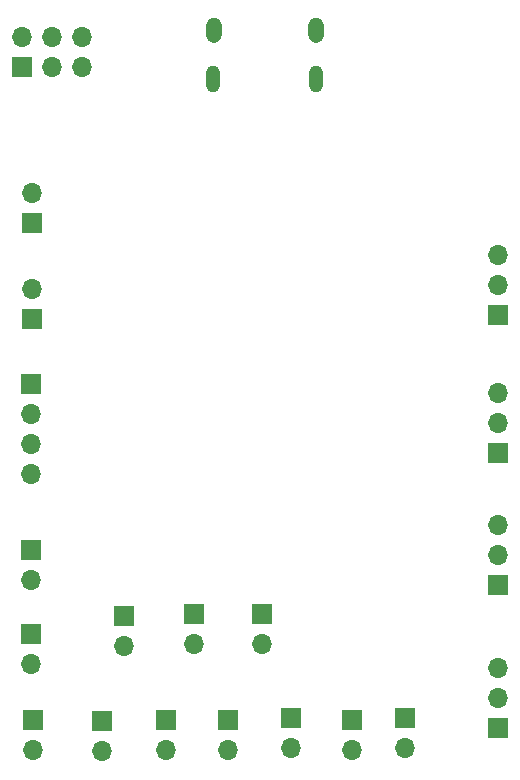
<source format=gbs>
G04 #@! TF.GenerationSoftware,KiCad,Pcbnew,7.0.11*
G04 #@! TF.CreationDate,2024-12-23T17:17:55+01:00*
G04 #@! TF.ProjectId,Aviator_Controller,41766961-746f-4725-9f43-6f6e74726f6c,rev?*
G04 #@! TF.SameCoordinates,Original*
G04 #@! TF.FileFunction,Soldermask,Bot*
G04 #@! TF.FilePolarity,Negative*
%FSLAX46Y46*%
G04 Gerber Fmt 4.6, Leading zero omitted, Abs format (unit mm)*
G04 Created by KiCad (PCBNEW 7.0.11) date 2024-12-23 17:17:55*
%MOMM*%
%LPD*%
G01*
G04 APERTURE LIST*
%ADD10C,0.010000*%
%ADD11O,1.204000X2.304000*%
%ADD12R,1.700000X1.700000*%
%ADD13O,1.700000X1.700000*%
G04 APERTURE END LIST*
D10*
X155351000Y-48001000D02*
X155383000Y-48003000D01*
X155414000Y-48007000D01*
X155445000Y-48013000D01*
X155475000Y-48020000D01*
X155505000Y-48029000D01*
X155535000Y-48040000D01*
X155564000Y-48052000D01*
X155592000Y-48065000D01*
X155620000Y-48080000D01*
X155647000Y-48097000D01*
X155673000Y-48115000D01*
X155698000Y-48134000D01*
X155721000Y-48154000D01*
X155744000Y-48176000D01*
X155766000Y-48199000D01*
X155786000Y-48222000D01*
X155805000Y-48247000D01*
X155823000Y-48273000D01*
X155840000Y-48300000D01*
X155855000Y-48328000D01*
X155868000Y-48356000D01*
X155880000Y-48385000D01*
X155891000Y-48415000D01*
X155900000Y-48445000D01*
X155907000Y-48475000D01*
X155913000Y-48506000D01*
X155917000Y-48537000D01*
X155919000Y-48569000D01*
X155920000Y-48600000D01*
X155920000Y-49000000D01*
X155920000Y-49400000D01*
X155919000Y-49431000D01*
X155917000Y-49463000D01*
X155913000Y-49494000D01*
X155907000Y-49525000D01*
X155900000Y-49555000D01*
X155891000Y-49585000D01*
X155880000Y-49615000D01*
X155868000Y-49644000D01*
X155855000Y-49672000D01*
X155840000Y-49700000D01*
X155823000Y-49727000D01*
X155805000Y-49753000D01*
X155786000Y-49778000D01*
X155766000Y-49801000D01*
X155744000Y-49824000D01*
X155721000Y-49846000D01*
X155698000Y-49866000D01*
X155673000Y-49885000D01*
X155647000Y-49903000D01*
X155620000Y-49920000D01*
X155592000Y-49935000D01*
X155564000Y-49948000D01*
X155535000Y-49960000D01*
X155505000Y-49971000D01*
X155475000Y-49980000D01*
X155445000Y-49987000D01*
X155414000Y-49993000D01*
X155383000Y-49997000D01*
X155351000Y-49999000D01*
X155320000Y-50000000D01*
X155289000Y-49999000D01*
X155257000Y-49997000D01*
X155226000Y-49993000D01*
X155195000Y-49987000D01*
X155165000Y-49980000D01*
X155135000Y-49971000D01*
X155105000Y-49960000D01*
X155076000Y-49948000D01*
X155048000Y-49935000D01*
X155020000Y-49920000D01*
X154993000Y-49903000D01*
X154967000Y-49885000D01*
X154942000Y-49866000D01*
X154919000Y-49846000D01*
X154896000Y-49824000D01*
X154874000Y-49801000D01*
X154854000Y-49778000D01*
X154835000Y-49753000D01*
X154817000Y-49727000D01*
X154800000Y-49700000D01*
X154785000Y-49672000D01*
X154772000Y-49644000D01*
X154760000Y-49615000D01*
X154749000Y-49585000D01*
X154740000Y-49555000D01*
X154733000Y-49525000D01*
X154727000Y-49494000D01*
X154723000Y-49463000D01*
X154721000Y-49431000D01*
X154720000Y-49400000D01*
X154720000Y-49000000D01*
X154720000Y-48600000D01*
X154721000Y-48569000D01*
X154723000Y-48537000D01*
X154727000Y-48506000D01*
X154733000Y-48475000D01*
X154740000Y-48445000D01*
X154749000Y-48415000D01*
X154760000Y-48385000D01*
X154772000Y-48356000D01*
X154785000Y-48328000D01*
X154800000Y-48300000D01*
X154817000Y-48273000D01*
X154835000Y-48247000D01*
X154854000Y-48222000D01*
X154874000Y-48199000D01*
X154896000Y-48176000D01*
X154919000Y-48154000D01*
X154942000Y-48134000D01*
X154967000Y-48115000D01*
X154993000Y-48097000D01*
X155020000Y-48080000D01*
X155048000Y-48065000D01*
X155076000Y-48052000D01*
X155105000Y-48040000D01*
X155135000Y-48029000D01*
X155165000Y-48020000D01*
X155195000Y-48013000D01*
X155226000Y-48007000D01*
X155257000Y-48003000D01*
X155289000Y-48001000D01*
X155320000Y-48000000D01*
X155351000Y-48001000D01*
G36*
X155351000Y-48001000D02*
G01*
X155383000Y-48003000D01*
X155414000Y-48007000D01*
X155445000Y-48013000D01*
X155475000Y-48020000D01*
X155505000Y-48029000D01*
X155535000Y-48040000D01*
X155564000Y-48052000D01*
X155592000Y-48065000D01*
X155620000Y-48080000D01*
X155647000Y-48097000D01*
X155673000Y-48115000D01*
X155698000Y-48134000D01*
X155721000Y-48154000D01*
X155744000Y-48176000D01*
X155766000Y-48199000D01*
X155786000Y-48222000D01*
X155805000Y-48247000D01*
X155823000Y-48273000D01*
X155840000Y-48300000D01*
X155855000Y-48328000D01*
X155868000Y-48356000D01*
X155880000Y-48385000D01*
X155891000Y-48415000D01*
X155900000Y-48445000D01*
X155907000Y-48475000D01*
X155913000Y-48506000D01*
X155917000Y-48537000D01*
X155919000Y-48569000D01*
X155920000Y-48600000D01*
X155920000Y-49000000D01*
X155920000Y-49400000D01*
X155919000Y-49431000D01*
X155917000Y-49463000D01*
X155913000Y-49494000D01*
X155907000Y-49525000D01*
X155900000Y-49555000D01*
X155891000Y-49585000D01*
X155880000Y-49615000D01*
X155868000Y-49644000D01*
X155855000Y-49672000D01*
X155840000Y-49700000D01*
X155823000Y-49727000D01*
X155805000Y-49753000D01*
X155786000Y-49778000D01*
X155766000Y-49801000D01*
X155744000Y-49824000D01*
X155721000Y-49846000D01*
X155698000Y-49866000D01*
X155673000Y-49885000D01*
X155647000Y-49903000D01*
X155620000Y-49920000D01*
X155592000Y-49935000D01*
X155564000Y-49948000D01*
X155535000Y-49960000D01*
X155505000Y-49971000D01*
X155475000Y-49980000D01*
X155445000Y-49987000D01*
X155414000Y-49993000D01*
X155383000Y-49997000D01*
X155351000Y-49999000D01*
X155320000Y-50000000D01*
X155289000Y-49999000D01*
X155257000Y-49997000D01*
X155226000Y-49993000D01*
X155195000Y-49987000D01*
X155165000Y-49980000D01*
X155135000Y-49971000D01*
X155105000Y-49960000D01*
X155076000Y-49948000D01*
X155048000Y-49935000D01*
X155020000Y-49920000D01*
X154993000Y-49903000D01*
X154967000Y-49885000D01*
X154942000Y-49866000D01*
X154919000Y-49846000D01*
X154896000Y-49824000D01*
X154874000Y-49801000D01*
X154854000Y-49778000D01*
X154835000Y-49753000D01*
X154817000Y-49727000D01*
X154800000Y-49700000D01*
X154785000Y-49672000D01*
X154772000Y-49644000D01*
X154760000Y-49615000D01*
X154749000Y-49585000D01*
X154740000Y-49555000D01*
X154733000Y-49525000D01*
X154727000Y-49494000D01*
X154723000Y-49463000D01*
X154721000Y-49431000D01*
X154720000Y-49400000D01*
X154720000Y-49000000D01*
X154720000Y-48600000D01*
X154721000Y-48569000D01*
X154723000Y-48537000D01*
X154727000Y-48506000D01*
X154733000Y-48475000D01*
X154740000Y-48445000D01*
X154749000Y-48415000D01*
X154760000Y-48385000D01*
X154772000Y-48356000D01*
X154785000Y-48328000D01*
X154800000Y-48300000D01*
X154817000Y-48273000D01*
X154835000Y-48247000D01*
X154854000Y-48222000D01*
X154874000Y-48199000D01*
X154896000Y-48176000D01*
X154919000Y-48154000D01*
X154942000Y-48134000D01*
X154967000Y-48115000D01*
X154993000Y-48097000D01*
X155020000Y-48080000D01*
X155048000Y-48065000D01*
X155076000Y-48052000D01*
X155105000Y-48040000D01*
X155135000Y-48029000D01*
X155165000Y-48020000D01*
X155195000Y-48013000D01*
X155226000Y-48007000D01*
X155257000Y-48003000D01*
X155289000Y-48001000D01*
X155320000Y-48000000D01*
X155351000Y-48001000D01*
G37*
X146711000Y-48001000D02*
X146743000Y-48003000D01*
X146774000Y-48007000D01*
X146805000Y-48013000D01*
X146835000Y-48020000D01*
X146865000Y-48029000D01*
X146895000Y-48040000D01*
X146924000Y-48052000D01*
X146952000Y-48065000D01*
X146980000Y-48080000D01*
X147007000Y-48097000D01*
X147033000Y-48115000D01*
X147058000Y-48134000D01*
X147081000Y-48154000D01*
X147104000Y-48176000D01*
X147126000Y-48199000D01*
X147146000Y-48222000D01*
X147165000Y-48247000D01*
X147183000Y-48273000D01*
X147200000Y-48300000D01*
X147215000Y-48328000D01*
X147228000Y-48356000D01*
X147240000Y-48385000D01*
X147251000Y-48415000D01*
X147260000Y-48445000D01*
X147267000Y-48475000D01*
X147273000Y-48506000D01*
X147277000Y-48537000D01*
X147279000Y-48569000D01*
X147280000Y-48600000D01*
X147280000Y-49000000D01*
X147280000Y-49400000D01*
X147279000Y-49431000D01*
X147277000Y-49463000D01*
X147273000Y-49494000D01*
X147267000Y-49525000D01*
X147260000Y-49555000D01*
X147251000Y-49585000D01*
X147240000Y-49615000D01*
X147228000Y-49644000D01*
X147215000Y-49672000D01*
X147200000Y-49700000D01*
X147183000Y-49727000D01*
X147165000Y-49753000D01*
X147146000Y-49778000D01*
X147126000Y-49801000D01*
X147104000Y-49824000D01*
X147081000Y-49846000D01*
X147058000Y-49866000D01*
X147033000Y-49885000D01*
X147007000Y-49903000D01*
X146980000Y-49920000D01*
X146952000Y-49935000D01*
X146924000Y-49948000D01*
X146895000Y-49960000D01*
X146865000Y-49971000D01*
X146835000Y-49980000D01*
X146805000Y-49987000D01*
X146774000Y-49993000D01*
X146743000Y-49997000D01*
X146711000Y-49999000D01*
X146680000Y-50000000D01*
X146649000Y-49999000D01*
X146617000Y-49997000D01*
X146586000Y-49993000D01*
X146555000Y-49987000D01*
X146525000Y-49980000D01*
X146495000Y-49971000D01*
X146465000Y-49960000D01*
X146436000Y-49948000D01*
X146408000Y-49935000D01*
X146380000Y-49920000D01*
X146353000Y-49903000D01*
X146327000Y-49885000D01*
X146302000Y-49866000D01*
X146279000Y-49846000D01*
X146256000Y-49824000D01*
X146234000Y-49801000D01*
X146214000Y-49778000D01*
X146195000Y-49753000D01*
X146177000Y-49727000D01*
X146160000Y-49700000D01*
X146145000Y-49672000D01*
X146132000Y-49644000D01*
X146120000Y-49615000D01*
X146109000Y-49585000D01*
X146100000Y-49555000D01*
X146093000Y-49525000D01*
X146087000Y-49494000D01*
X146083000Y-49463000D01*
X146081000Y-49431000D01*
X146080000Y-49400000D01*
X146080000Y-49000000D01*
X146080000Y-48600000D01*
X146081000Y-48569000D01*
X146083000Y-48537000D01*
X146087000Y-48506000D01*
X146093000Y-48475000D01*
X146100000Y-48445000D01*
X146109000Y-48415000D01*
X146120000Y-48385000D01*
X146132000Y-48356000D01*
X146145000Y-48328000D01*
X146160000Y-48300000D01*
X146177000Y-48273000D01*
X146195000Y-48247000D01*
X146214000Y-48222000D01*
X146234000Y-48199000D01*
X146256000Y-48176000D01*
X146279000Y-48154000D01*
X146302000Y-48134000D01*
X146327000Y-48115000D01*
X146353000Y-48097000D01*
X146380000Y-48080000D01*
X146408000Y-48065000D01*
X146436000Y-48052000D01*
X146465000Y-48040000D01*
X146495000Y-48029000D01*
X146525000Y-48020000D01*
X146555000Y-48013000D01*
X146586000Y-48007000D01*
X146617000Y-48003000D01*
X146649000Y-48001000D01*
X146680000Y-48000000D01*
X146711000Y-48001000D01*
G36*
X146711000Y-48001000D02*
G01*
X146743000Y-48003000D01*
X146774000Y-48007000D01*
X146805000Y-48013000D01*
X146835000Y-48020000D01*
X146865000Y-48029000D01*
X146895000Y-48040000D01*
X146924000Y-48052000D01*
X146952000Y-48065000D01*
X146980000Y-48080000D01*
X147007000Y-48097000D01*
X147033000Y-48115000D01*
X147058000Y-48134000D01*
X147081000Y-48154000D01*
X147104000Y-48176000D01*
X147126000Y-48199000D01*
X147146000Y-48222000D01*
X147165000Y-48247000D01*
X147183000Y-48273000D01*
X147200000Y-48300000D01*
X147215000Y-48328000D01*
X147228000Y-48356000D01*
X147240000Y-48385000D01*
X147251000Y-48415000D01*
X147260000Y-48445000D01*
X147267000Y-48475000D01*
X147273000Y-48506000D01*
X147277000Y-48537000D01*
X147279000Y-48569000D01*
X147280000Y-48600000D01*
X147280000Y-49000000D01*
X147280000Y-49400000D01*
X147279000Y-49431000D01*
X147277000Y-49463000D01*
X147273000Y-49494000D01*
X147267000Y-49525000D01*
X147260000Y-49555000D01*
X147251000Y-49585000D01*
X147240000Y-49615000D01*
X147228000Y-49644000D01*
X147215000Y-49672000D01*
X147200000Y-49700000D01*
X147183000Y-49727000D01*
X147165000Y-49753000D01*
X147146000Y-49778000D01*
X147126000Y-49801000D01*
X147104000Y-49824000D01*
X147081000Y-49846000D01*
X147058000Y-49866000D01*
X147033000Y-49885000D01*
X147007000Y-49903000D01*
X146980000Y-49920000D01*
X146952000Y-49935000D01*
X146924000Y-49948000D01*
X146895000Y-49960000D01*
X146865000Y-49971000D01*
X146835000Y-49980000D01*
X146805000Y-49987000D01*
X146774000Y-49993000D01*
X146743000Y-49997000D01*
X146711000Y-49999000D01*
X146680000Y-50000000D01*
X146649000Y-49999000D01*
X146617000Y-49997000D01*
X146586000Y-49993000D01*
X146555000Y-49987000D01*
X146525000Y-49980000D01*
X146495000Y-49971000D01*
X146465000Y-49960000D01*
X146436000Y-49948000D01*
X146408000Y-49935000D01*
X146380000Y-49920000D01*
X146353000Y-49903000D01*
X146327000Y-49885000D01*
X146302000Y-49866000D01*
X146279000Y-49846000D01*
X146256000Y-49824000D01*
X146234000Y-49801000D01*
X146214000Y-49778000D01*
X146195000Y-49753000D01*
X146177000Y-49727000D01*
X146160000Y-49700000D01*
X146145000Y-49672000D01*
X146132000Y-49644000D01*
X146120000Y-49615000D01*
X146109000Y-49585000D01*
X146100000Y-49555000D01*
X146093000Y-49525000D01*
X146087000Y-49494000D01*
X146083000Y-49463000D01*
X146081000Y-49431000D01*
X146080000Y-49400000D01*
X146080000Y-49000000D01*
X146080000Y-48600000D01*
X146081000Y-48569000D01*
X146083000Y-48537000D01*
X146087000Y-48506000D01*
X146093000Y-48475000D01*
X146100000Y-48445000D01*
X146109000Y-48415000D01*
X146120000Y-48385000D01*
X146132000Y-48356000D01*
X146145000Y-48328000D01*
X146160000Y-48300000D01*
X146177000Y-48273000D01*
X146195000Y-48247000D01*
X146214000Y-48222000D01*
X146234000Y-48199000D01*
X146256000Y-48176000D01*
X146279000Y-48154000D01*
X146302000Y-48134000D01*
X146327000Y-48115000D01*
X146353000Y-48097000D01*
X146380000Y-48080000D01*
X146408000Y-48065000D01*
X146436000Y-48052000D01*
X146465000Y-48040000D01*
X146495000Y-48029000D01*
X146525000Y-48020000D01*
X146555000Y-48013000D01*
X146586000Y-48007000D01*
X146617000Y-48003000D01*
X146649000Y-48001000D01*
X146680000Y-48000000D01*
X146711000Y-48001000D01*
G37*
D11*
X155320000Y-53180000D03*
X146680000Y-53180000D03*
D12*
X131368800Y-107437000D03*
D13*
X131368800Y-109977000D03*
X131318000Y-62839600D03*
D12*
X131318000Y-65379600D03*
X145034000Y-98450400D03*
D13*
X145034000Y-100990400D03*
D12*
X130505200Y-52171600D03*
D13*
X130505200Y-49631600D03*
X133045200Y-52171600D03*
X133045200Y-49631600D03*
X135585200Y-52171600D03*
X135585200Y-49631600D03*
D12*
X131267200Y-78943200D03*
D13*
X131267200Y-81483200D03*
X131267200Y-84023200D03*
X131267200Y-86563200D03*
X162915600Y-109778800D03*
D12*
X162915600Y-107238800D03*
X131267200Y-100126800D03*
D13*
X131267200Y-102666800D03*
D12*
X158394400Y-107386200D03*
D13*
X158394400Y-109926200D03*
D12*
X139090400Y-98597800D03*
D13*
X139090400Y-101137800D03*
D12*
X153263600Y-107233800D03*
D13*
X153263600Y-109773800D03*
X131318000Y-70967600D03*
D12*
X131318000Y-73507600D03*
X147878800Y-107391200D03*
D13*
X147878800Y-109931200D03*
D12*
X170738800Y-84785200D03*
D13*
X170738800Y-82245200D03*
X170738800Y-79705200D03*
D12*
X170738800Y-96012000D03*
D13*
X170738800Y-93472000D03*
X170738800Y-90932000D03*
X170738800Y-68021200D03*
X170738800Y-70561200D03*
D12*
X170738800Y-73101200D03*
X170789600Y-108138200D03*
D13*
X170789600Y-105598200D03*
X170789600Y-103058200D03*
D12*
X137261600Y-107543600D03*
D13*
X137261600Y-110083600D03*
D12*
X142646400Y-107386200D03*
D13*
X142646400Y-109926200D03*
X131267200Y-95605600D03*
D12*
X131267200Y-93065600D03*
X150825200Y-98445400D03*
D13*
X150825200Y-100985400D03*
M02*

</source>
